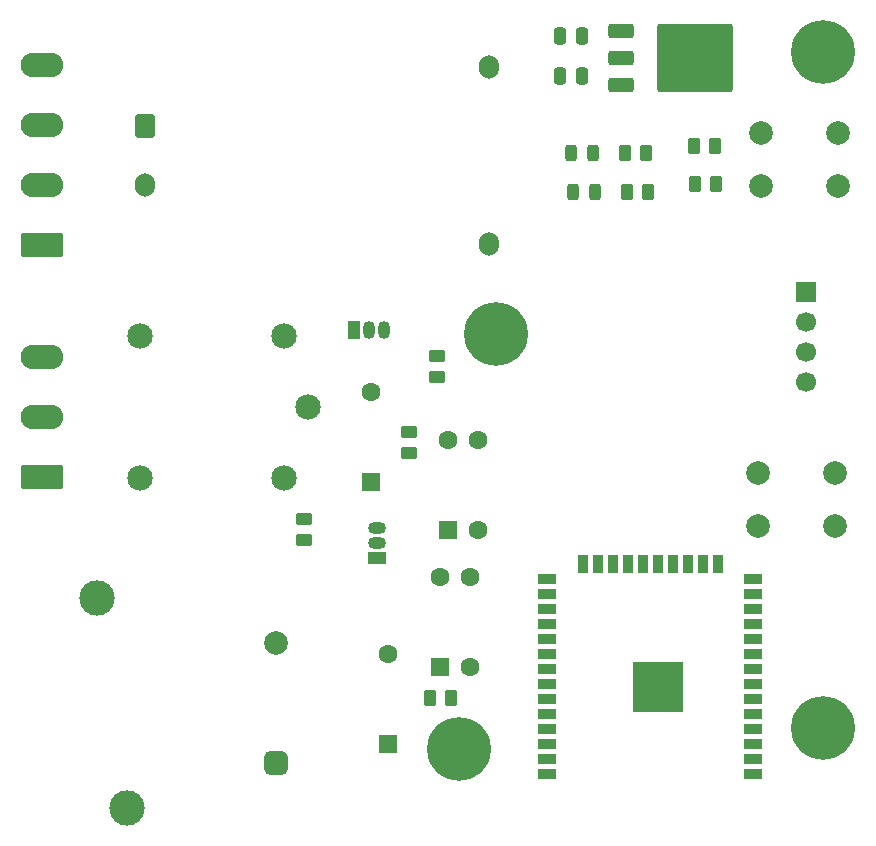
<source format=gbr>
%TF.GenerationSoftware,KiCad,Pcbnew,9.0.6*%
%TF.CreationDate,2025-12-27T10:25:56+05:30*%
%TF.ProjectId,30A_Home_Automation_with_ESP32,3330415f-486f-46d6-955f-4175746f6d61,rev?*%
%TF.SameCoordinates,Original*%
%TF.FileFunction,Soldermask,Top*%
%TF.FilePolarity,Negative*%
%FSLAX46Y46*%
G04 Gerber Fmt 4.6, Leading zero omitted, Abs format (unit mm)*
G04 Created by KiCad (PCBNEW 9.0.6) date 2025-12-27 10:25:56*
%MOMM*%
%LPD*%
G01*
G04 APERTURE LIST*
G04 Aperture macros list*
%AMRoundRect*
0 Rectangle with rounded corners*
0 $1 Rounding radius*
0 $2 $3 $4 $5 $6 $7 $8 $9 X,Y pos of 4 corners*
0 Add a 4 corners polygon primitive as box body*
4,1,4,$2,$3,$4,$5,$6,$7,$8,$9,$2,$3,0*
0 Add four circle primitives for the rounded corners*
1,1,$1+$1,$2,$3*
1,1,$1+$1,$4,$5*
1,1,$1+$1,$6,$7*
1,1,$1+$1,$8,$9*
0 Add four rect primitives between the rounded corners*
20,1,$1+$1,$2,$3,$4,$5,0*
20,1,$1+$1,$4,$5,$6,$7,0*
20,1,$1+$1,$6,$7,$8,$9,0*
20,1,$1+$1,$8,$9,$2,$3,0*%
G04 Aperture macros list end*
%ADD10RoundRect,0.250000X0.250000X0.475000X-0.250000X0.475000X-0.250000X-0.475000X0.250000X-0.475000X0*%
%ADD11RoundRect,0.250000X-0.600000X-0.750000X0.600000X-0.750000X0.600000X0.750000X-0.600000X0.750000X0*%
%ADD12O,1.700000X2.000000*%
%ADD13RoundRect,0.250000X-0.262500X-0.450000X0.262500X-0.450000X0.262500X0.450000X-0.262500X0.450000X0*%
%ADD14RoundRect,0.250000X0.262500X0.450000X-0.262500X0.450000X-0.262500X-0.450000X0.262500X-0.450000X0*%
%ADD15RoundRect,0.250000X0.550000X-0.550000X0.550000X0.550000X-0.550000X0.550000X-0.550000X-0.550000X0*%
%ADD16C,1.600000*%
%ADD17RoundRect,0.249999X1.550001X-0.790001X1.550001X0.790001X-1.550001X0.790001X-1.550001X-0.790001X0*%
%ADD18O,3.600000X2.080000*%
%ADD19C,2.000000*%
%ADD20C,3.000000*%
%ADD21RoundRect,0.500000X-0.500000X-0.500000X0.500000X-0.500000X0.500000X0.500000X-0.500000X0.500000X0*%
%ADD22R,1.500000X0.900000*%
%ADD23R,0.900000X1.500000*%
%ADD24C,0.600000*%
%ADD25R,4.200000X4.200000*%
%ADD26C,0.800000*%
%ADD27C,5.400000*%
%ADD28C,2.154000*%
%ADD29RoundRect,0.250000X0.450000X-0.262500X0.450000X0.262500X-0.450000X0.262500X-0.450000X-0.262500X0*%
%ADD30R,1.700000X1.700000*%
%ADD31C,1.700000*%
%ADD32R,1.500000X1.050000*%
%ADD33O,1.500000X1.050000*%
%ADD34RoundRect,0.243750X-0.243750X-0.456250X0.243750X-0.456250X0.243750X0.456250X-0.243750X0.456250X0*%
%ADD35RoundRect,0.250000X-0.850000X-0.350000X0.850000X-0.350000X0.850000X0.350000X-0.850000X0.350000X0*%
%ADD36RoundRect,0.249997X-2.950003X-2.650003X2.950003X-2.650003X2.950003X2.650003X-2.950003X2.650003X0*%
%ADD37R,1.050000X1.500000*%
%ADD38O,1.050000X1.500000*%
G04 APERTURE END LIST*
D10*
%TO.C,C1*%
X161800000Y-55425000D03*
X159900000Y-55425000D03*
%TD*%
D11*
%TO.C,PS1*%
X124787500Y-59725000D03*
D12*
X124787500Y-64725000D03*
X153867500Y-54725000D03*
X153867500Y-69725000D03*
%TD*%
D13*
%TO.C,R1*%
X148862500Y-108150000D03*
X150687500Y-108150000D03*
%TD*%
D14*
%TO.C,R8*%
X173112500Y-64625000D03*
X171287500Y-64625000D03*
%TD*%
D15*
%TO.C,U3*%
X150375000Y-93930000D03*
D16*
X152915000Y-93930000D03*
X152915000Y-86310000D03*
X150375000Y-86310000D03*
%TD*%
D15*
%TO.C,D3*%
X143925000Y-89810000D03*
D16*
X143925000Y-82190000D03*
%TD*%
D14*
%TO.C,R7*%
X173037500Y-61425000D03*
X171212500Y-61425000D03*
%TD*%
D17*
%TO.C,J3*%
X116075000Y-89400000D03*
D18*
X116075000Y-84320000D03*
X116075000Y-79240000D03*
%TD*%
D17*
%TO.C,J2*%
X116050000Y-69775000D03*
D18*
X116050000Y-64695000D03*
X116050000Y-59615000D03*
X116050000Y-54535000D03*
%TD*%
D19*
%TO.C,SW1*%
X176925000Y-60265000D03*
X183425000Y-60265000D03*
X176925000Y-64765000D03*
X183425000Y-64765000D03*
%TD*%
D20*
%TO.C,K1*%
X123215000Y-117450000D03*
X120675000Y-99650000D03*
D21*
X135875000Y-113650000D03*
D19*
X135875000Y-103450000D03*
%TD*%
D22*
%TO.C,U1*%
X176275000Y-114535000D03*
X176275000Y-113265000D03*
X176275000Y-111995000D03*
X176275000Y-110725000D03*
X176275000Y-109455000D03*
X176275000Y-108185000D03*
X176275000Y-106915000D03*
X176275000Y-105645000D03*
X176275000Y-104375000D03*
X176275000Y-103105000D03*
X176275000Y-101835000D03*
X176275000Y-100565000D03*
X176275000Y-99295000D03*
X176275000Y-98025000D03*
D23*
X173235000Y-96775000D03*
X171965000Y-96775000D03*
X170695000Y-96775000D03*
X169425000Y-96775000D03*
X168155000Y-96775000D03*
X166885000Y-96775000D03*
X165615000Y-96775000D03*
X164345000Y-96775000D03*
X163075000Y-96775000D03*
X161805000Y-96775000D03*
D22*
X158775000Y-98025000D03*
X158775000Y-99295000D03*
X158775000Y-100565000D03*
X158775000Y-101835000D03*
X158775000Y-103105000D03*
X158775000Y-104375000D03*
X158775000Y-105645000D03*
X158775000Y-106915000D03*
X158775000Y-108185000D03*
X158775000Y-109455000D03*
X158775000Y-110725000D03*
X158775000Y-111995000D03*
X158775000Y-113265000D03*
X158775000Y-114535000D03*
D24*
X169730000Y-107957500D03*
X169730000Y-106432500D03*
X168967500Y-108720000D03*
X168967500Y-107195000D03*
X168967500Y-105670000D03*
X168205000Y-107957500D03*
D25*
X168205000Y-107195000D03*
D24*
X168205000Y-106432500D03*
X167442500Y-108720000D03*
X167442500Y-107195000D03*
X167442500Y-105670000D03*
X166680000Y-107957500D03*
X166680000Y-106432500D03*
%TD*%
D26*
%TO.C,H4*%
X180175000Y-110700000D03*
X180768109Y-109268109D03*
X180768109Y-112131891D03*
X182200000Y-108675000D03*
D27*
X182200000Y-110700000D03*
D26*
X182200000Y-112725000D03*
X183631891Y-109268109D03*
X183631891Y-112131891D03*
X184225000Y-110700000D03*
%TD*%
D14*
%TO.C,R5*%
X167212500Y-62025000D03*
X165387500Y-62025000D03*
%TD*%
D26*
%TO.C,H2*%
X149356891Y-112481891D03*
X149950000Y-111050000D03*
X149950000Y-113913782D03*
X151381891Y-110456891D03*
D27*
X151381891Y-112481891D03*
D26*
X151381891Y-114506891D03*
X152813782Y-111050000D03*
X152813782Y-113913782D03*
X153406891Y-112481891D03*
%TD*%
D28*
%TO.C,K2*%
X136525000Y-89475000D03*
X136525000Y-77475000D03*
X138525000Y-83475000D03*
X124325000Y-89475000D03*
X124325000Y-77475000D03*
%TD*%
D26*
%TO.C,H1*%
X152450000Y-77275000D03*
X153043109Y-75843109D03*
X153043109Y-78706891D03*
X154475000Y-75250000D03*
D27*
X154475000Y-77275000D03*
D26*
X154475000Y-79300000D03*
X155906891Y-75843109D03*
X155906891Y-78706891D03*
X156500000Y-77275000D03*
%TD*%
D29*
%TO.C,R4*%
X149475000Y-80962500D03*
X149475000Y-79137500D03*
%TD*%
D10*
%TO.C,C2*%
X161800000Y-52075000D03*
X159900000Y-52075000D03*
%TD*%
D26*
%TO.C,H3*%
X180175000Y-53406891D03*
X180768109Y-51975000D03*
X180768109Y-54838782D03*
X182200000Y-51381891D03*
D27*
X182200000Y-53406891D03*
D26*
X182200000Y-55431891D03*
X183631891Y-51975000D03*
X183631891Y-54838782D03*
X184225000Y-53406891D03*
%TD*%
D15*
%TO.C,D2*%
X145325000Y-111995000D03*
D16*
X145325000Y-104375000D03*
%TD*%
D30*
%TO.C,J1*%
X180750000Y-73710000D03*
D31*
X180750000Y-76250000D03*
X180750000Y-78790000D03*
X180750000Y-81330000D03*
%TD*%
D29*
%TO.C,R3*%
X138250000Y-94775000D03*
X138250000Y-92950000D03*
%TD*%
%TO.C,R2*%
X147125000Y-87387500D03*
X147125000Y-85562500D03*
%TD*%
D32*
%TO.C,Q1*%
X144435000Y-96265000D03*
D33*
X144435000Y-94995000D03*
X144435000Y-93725000D03*
%TD*%
D34*
%TO.C,D1*%
X160787500Y-61950000D03*
X162662500Y-61950000D03*
%TD*%
D15*
%TO.C,U2*%
X149775000Y-105530000D03*
D16*
X152315000Y-105530000D03*
X152315000Y-97910000D03*
X149775000Y-97910000D03*
%TD*%
D14*
%TO.C,R6*%
X167387500Y-65325000D03*
X165562500Y-65325000D03*
%TD*%
D19*
%TO.C,SW2*%
X176650000Y-89040000D03*
X183150000Y-89040000D03*
X176650000Y-93540000D03*
X183150000Y-93540000D03*
%TD*%
D35*
%TO.C,U4*%
X165050000Y-51650000D03*
X165050000Y-53930000D03*
D36*
X171350000Y-53930000D03*
D35*
X165050000Y-56210000D03*
%TD*%
D37*
%TO.C,Q2*%
X142480000Y-77010000D03*
D38*
X143750000Y-77010000D03*
X145020000Y-77010000D03*
%TD*%
D34*
%TO.C,D4*%
X160987500Y-65325000D03*
X162862500Y-65325000D03*
%TD*%
M02*

</source>
